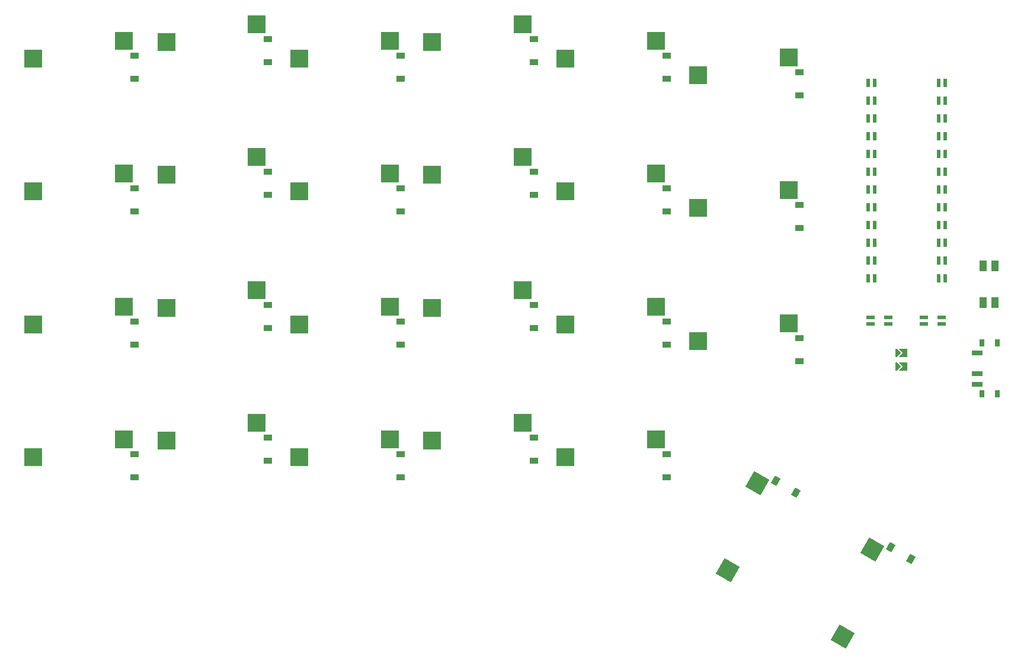
<source format=gbr>
%TF.GenerationSoftware,KiCad,Pcbnew,9.0.2*%
%TF.CreationDate,2025-06-15T23:24:52+08:00*%
%TF.ProjectId,eggada50_wireless_autorouted_manually_routed,65676761-6461-4353-905f-776972656c65,0.2*%
%TF.SameCoordinates,Original*%
%TF.FileFunction,Paste,Bot*%
%TF.FilePolarity,Positive*%
%FSLAX46Y46*%
G04 Gerber Fmt 4.6, Leading zero omitted, Abs format (unit mm)*
G04 Created by KiCad (PCBNEW 9.0.2) date 2025-06-15 23:24:52*
%MOMM*%
%LPD*%
G01*
G04 APERTURE LIST*
G04 Aperture macros list*
%AMRotRect*
0 Rectangle, with rotation*
0 The origin of the aperture is its center*
0 $1 length*
0 $2 width*
0 $3 Rotation angle, in degrees counterclockwise*
0 Add horizontal line*
21,1,$1,$2,0,0,$3*%
%AMFreePoly0*
4,1,6,0.600000,-1.000000,0.000000,-0.400000,-0.600000,-1.000000,-0.600000,0.250000,0.600000,0.250000,0.600000,-1.000000,0.600000,-1.000000,$1*%
%AMFreePoly1*
4,1,6,0.600000,-0.200000,0.600000,-0.400000,-0.600000,-0.400000,-0.600000,-0.200000,0.000000,0.400000,0.600000,-0.200000,0.600000,-0.200000,$1*%
G04 Aperture macros list end*
%ADD10R,0.800000X1.000000*%
%ADD11R,1.500000X0.700000*%
%ADD12R,1.200000X0.600000*%
%ADD13FreePoly0,270.000000*%
%ADD14FreePoly1,270.000000*%
%ADD15R,1.000000X1.550000*%
%ADD16R,0.600000X1.200000*%
%ADD17R,2.550000X2.500000*%
%ADD18RotRect,0.900000X1.200000X150.000000*%
%ADD19R,1.200000X0.900000*%
%ADD20RotRect,2.550000X2.500000X60.000000*%
G04 APERTURE END LIST*
D10*
%TO.C,PWR1*%
X228415000Y-81100000D03*
X228415000Y-88400000D03*
X230625000Y-81100000D03*
X230625000Y-88400000D03*
D11*
X227765000Y-82500000D03*
X227765000Y-85500000D03*
X227765000Y-87000000D03*
%TD*%
D12*
%TO.C,DISP1*%
X222727000Y-78350000D03*
X220187000Y-78350000D03*
X215107000Y-78350000D03*
X212567000Y-78350000D03*
X222727000Y-77450000D03*
X220187000Y-77450000D03*
X215107000Y-77450000D03*
X212567000Y-77450000D03*
%TD*%
D13*
%TO.C,JST1*%
X217566000Y-82500000D03*
X217566000Y-84500000D03*
D14*
X216550000Y-84500000D03*
X216550000Y-82500000D03*
%TD*%
D15*
%TO.C,RST1*%
X230350000Y-70125000D03*
X228650000Y-70125000D03*
X230350000Y-75375000D03*
X228650000Y-75375000D03*
%TD*%
D16*
%TO.C,MCU1*%
X223184000Y-43920000D03*
X223184000Y-46460000D03*
X223184000Y-49000000D03*
X223184000Y-51540000D03*
X223184000Y-54080000D03*
X223184000Y-56620000D03*
X223184000Y-59160000D03*
X223184000Y-61700000D03*
X223184000Y-64240000D03*
X223184000Y-66780000D03*
X223184000Y-69320000D03*
X223184000Y-71860000D03*
X212224000Y-71860000D03*
X212224000Y-69320000D03*
X212224000Y-66780000D03*
X212224000Y-64240000D03*
X212224000Y-61700000D03*
X212224000Y-59160000D03*
X212224000Y-56620000D03*
X212224000Y-54080000D03*
X212224000Y-51540000D03*
X212224000Y-49000000D03*
X212224000Y-46460000D03*
X212224000Y-43920000D03*
X213124000Y-43920000D03*
X213124000Y-46460000D03*
X213124000Y-49000000D03*
X213124000Y-51540000D03*
X213124000Y-54080000D03*
X213124000Y-56620000D03*
X213124000Y-59160000D03*
X213124000Y-61700000D03*
X213124000Y-64240000D03*
X213124000Y-66780000D03*
X213124000Y-69320000D03*
X213124000Y-71860000D03*
X222284000Y-71860000D03*
X222284000Y-69320000D03*
X222284000Y-66780000D03*
X222284000Y-64240000D03*
X222284000Y-61700000D03*
X222284000Y-59160000D03*
X222284000Y-56620000D03*
X222284000Y-54080000D03*
X222284000Y-51540000D03*
X222284000Y-49000000D03*
X222284000Y-46460000D03*
X222284000Y-43920000D03*
%TD*%
D17*
%TO.C,S10*%
X130915000Y-78460000D03*
X143842000Y-75920000D03*
%TD*%
%TO.C,S6*%
X111915000Y-76085000D03*
X124842000Y-73545000D03*
%TD*%
D18*
%TO.C,D24*%
X201831442Y-102493900D03*
X198973558Y-100843900D03*
%TD*%
D17*
%TO.C,S23*%
X187915000Y-42835000D03*
X200842000Y-40295000D03*
%TD*%
%TO.C,S19*%
X168915000Y-59460000D03*
X181842000Y-56920000D03*
%TD*%
%TO.C,S20*%
X168915000Y-40460000D03*
X181842000Y-37920000D03*
%TD*%
D19*
%TO.C,D11*%
X145400000Y-62325000D03*
X145400000Y-59025000D03*
%TD*%
%TO.C,D22*%
X202400000Y-64700000D03*
X202400000Y-61400000D03*
%TD*%
D17*
%TO.C,S13*%
X149915000Y-95085000D03*
X162842000Y-92545000D03*
%TD*%
%TO.C,S11*%
X130915000Y-59460000D03*
X143842000Y-56920000D03*
%TD*%
D19*
%TO.C,D17*%
X183400000Y-100325000D03*
X183400000Y-97025000D03*
%TD*%
%TO.C,D9*%
X145400000Y-100325000D03*
X145400000Y-97025000D03*
%TD*%
%TO.C,D10*%
X145400000Y-81325000D03*
X145400000Y-78025000D03*
%TD*%
%TO.C,D13*%
X164400000Y-97950000D03*
X164400000Y-94650000D03*
%TD*%
%TO.C,D16*%
X164400000Y-40950000D03*
X164400000Y-37650000D03*
%TD*%
D17*
%TO.C,S4*%
X92915000Y-40460000D03*
X105842000Y-37920000D03*
%TD*%
D19*
%TO.C,D5*%
X126400000Y-97950000D03*
X126400000Y-94650000D03*
%TD*%
%TO.C,D14*%
X164400000Y-78950000D03*
X164400000Y-75650000D03*
%TD*%
%TO.C,D2*%
X107400000Y-81325000D03*
X107400000Y-78025000D03*
%TD*%
D17*
%TO.C,S17*%
X168915000Y-97460000D03*
X181842000Y-94920000D03*
%TD*%
D19*
%TO.C,D20*%
X183400000Y-43325000D03*
X183400000Y-40025000D03*
%TD*%
%TO.C,D8*%
X126400000Y-40950000D03*
X126400000Y-37650000D03*
%TD*%
D17*
%TO.C,S16*%
X149915000Y-38085000D03*
X162842000Y-35545000D03*
%TD*%
%TO.C,S1*%
X92915000Y-97460000D03*
X105842000Y-94920000D03*
%TD*%
%TO.C,S15*%
X149915000Y-57085000D03*
X162842000Y-54545000D03*
%TD*%
D19*
%TO.C,D21*%
X202400000Y-83700000D03*
X202400000Y-80400000D03*
%TD*%
D20*
%TO.C,S25*%
X208562295Y-123105790D03*
X212826091Y-110640680D03*
%TD*%
D19*
%TO.C,D18*%
X183400000Y-81325000D03*
X183400000Y-78025000D03*
%TD*%
%TO.C,D7*%
X126400000Y-59950000D03*
X126400000Y-56650000D03*
%TD*%
%TO.C,D19*%
X183400000Y-62325000D03*
X183400000Y-59025000D03*
%TD*%
%TO.C,D12*%
X145400000Y-43325000D03*
X145400000Y-40025000D03*
%TD*%
D17*
%TO.C,S18*%
X168915000Y-78460000D03*
X181842000Y-75920000D03*
%TD*%
D20*
%TO.C,S24*%
X192107795Y-113605790D03*
X196371591Y-101140680D03*
%TD*%
D18*
%TO.C,D25*%
X218285942Y-111993900D03*
X215428058Y-110343900D03*
%TD*%
D17*
%TO.C,S8*%
X111915000Y-38085000D03*
X124842000Y-35545000D03*
%TD*%
%TO.C,S22*%
X187915000Y-61835000D03*
X200842000Y-59295000D03*
%TD*%
D19*
%TO.C,D3*%
X107400000Y-62325000D03*
X107400000Y-59025000D03*
%TD*%
D17*
%TO.C,S21*%
X187915000Y-80835000D03*
X200842000Y-78295000D03*
%TD*%
D19*
%TO.C,D6*%
X126400000Y-78950000D03*
X126400000Y-75650000D03*
%TD*%
%TO.C,D23*%
X202400000Y-45700000D03*
X202400000Y-42400000D03*
%TD*%
D17*
%TO.C,S12*%
X130915000Y-40460000D03*
X143842000Y-37920000D03*
%TD*%
%TO.C,S5*%
X111915000Y-95085000D03*
X124842000Y-92545000D03*
%TD*%
%TO.C,S14*%
X149915000Y-76085000D03*
X162842000Y-73545000D03*
%TD*%
%TO.C,S2*%
X92915000Y-78460000D03*
X105842000Y-75920000D03*
%TD*%
%TO.C,S9*%
X130915000Y-97460000D03*
X143842000Y-94920000D03*
%TD*%
%TO.C,S3*%
X92915000Y-59460000D03*
X105842000Y-56920000D03*
%TD*%
D19*
%TO.C,D4*%
X107400000Y-43325000D03*
X107400000Y-40025000D03*
%TD*%
D17*
%TO.C,S7*%
X111915000Y-57085000D03*
X124842000Y-54545000D03*
%TD*%
D19*
%TO.C,D15*%
X164400000Y-59950000D03*
X164400000Y-56650000D03*
%TD*%
%TO.C,D1*%
X107400000Y-100325000D03*
X107400000Y-97025000D03*
%TD*%
M02*

</source>
